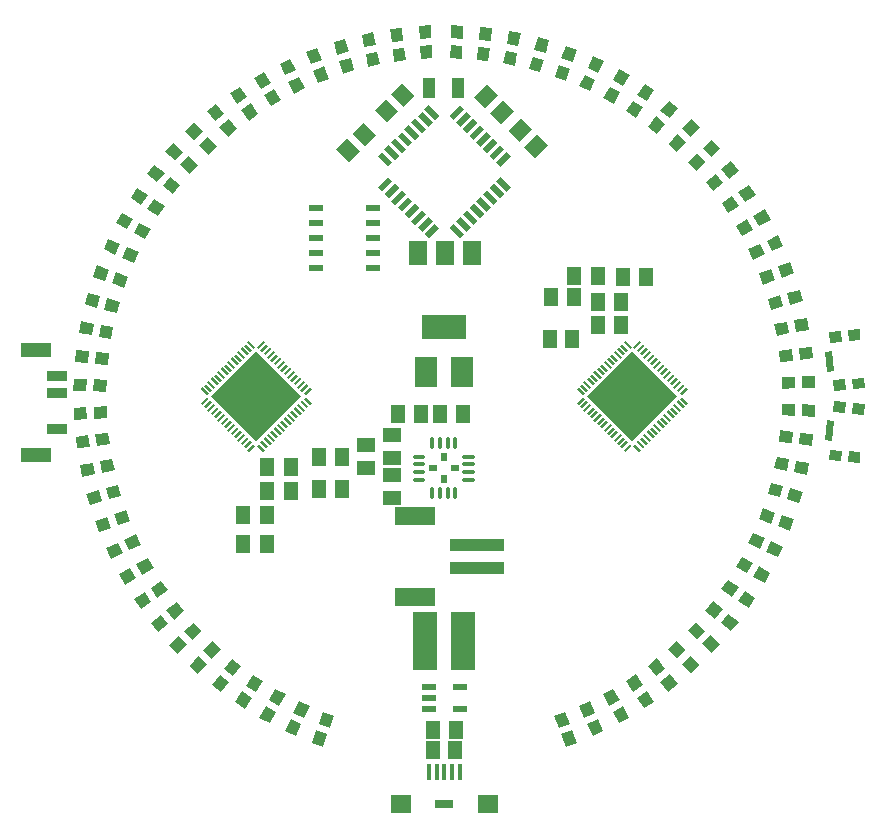
<source format=gbp>
G04 EAGLE Gerber RS-274X export*
G75*
%MOMM*%
%FSLAX34Y34*%
%LPD*%
%INBottom Paste*%
%IPPOS*%
%AMOC8*
5,1,8,0,0,1.08239X$1,22.5*%
G01*
%ADD10R,5.400000X5.400000*%
%ADD11R,0.740000X0.220000*%
%ADD12R,1.100000X1.000000*%
%ADD13C,0.350000*%
%ADD14R,0.600000X0.700000*%
%ADD15R,0.700000X0.600000*%
%ADD16R,2.000000X5.000000*%
%ADD17R,4.600000X1.000000*%
%ADD18R,3.400000X1.600000*%
%ADD19R,1.300000X1.500000*%
%ADD20R,1.500000X1.300000*%
%ADD21R,1.950000X2.500000*%
%ADD22R,1.200000X0.550000*%
%ADD23R,0.400000X1.450000*%
%ADD24R,1.800000X1.500000*%
%ADD25R,1.500000X0.700000*%
%ADD26R,1.498600X2.006600*%
%ADD27R,3.810000X2.006600*%
%ADD28R,1.270000X0.508000*%
%ADD29R,0.508000X1.270000*%
%ADD30R,1.000000X1.800000*%
%ADD31R,1.300000X1.600000*%
%ADD32R,1.700000X0.900000*%
%ADD33R,2.540000X1.270000*%
%ADD34R,1.000000X0.900000*%
%ADD35R,1.700000X0.550000*%


D10*
G36*
X-159280Y38183D02*
X-121097Y0D01*
X-159280Y-38183D01*
X-197463Y0D01*
X-159280Y38183D01*
G37*
D11*
G36*
X-132021Y25703D02*
X-137253Y20471D01*
X-138809Y22027D01*
X-133577Y27259D01*
X-132021Y25703D01*
G37*
G36*
X-129193Y22874D02*
X-134425Y17642D01*
X-135981Y19198D01*
X-130749Y24430D01*
X-129193Y22874D01*
G37*
G36*
X-126364Y20046D02*
X-131596Y14814D01*
X-133152Y16370D01*
X-127920Y21602D01*
X-126364Y20046D01*
G37*
G36*
X-123536Y17218D02*
X-128768Y11986D01*
X-130324Y13542D01*
X-125092Y18774D01*
X-123536Y17218D01*
G37*
G36*
X-120707Y14389D02*
X-125939Y9157D01*
X-127495Y10713D01*
X-122263Y15945D01*
X-120707Y14389D01*
G37*
G36*
X-117879Y11561D02*
X-123111Y6329D01*
X-124667Y7885D01*
X-119435Y13117D01*
X-117879Y11561D01*
G37*
G36*
X-115051Y8732D02*
X-120283Y3500D01*
X-121839Y5056D01*
X-116607Y10288D01*
X-115051Y8732D01*
G37*
G36*
X-112222Y5904D02*
X-117454Y672D01*
X-119010Y2228D01*
X-113778Y7460D01*
X-112222Y5904D01*
G37*
G36*
X-134850Y28531D02*
X-140082Y23299D01*
X-141638Y24855D01*
X-136406Y30087D01*
X-134850Y28531D01*
G37*
G36*
X-137678Y31360D02*
X-142910Y26128D01*
X-144466Y27684D01*
X-139234Y32916D01*
X-137678Y31360D01*
G37*
G36*
X-140506Y34188D02*
X-145738Y28956D01*
X-147294Y30512D01*
X-142062Y35744D01*
X-140506Y34188D01*
G37*
G36*
X-143335Y37017D02*
X-148567Y31785D01*
X-150123Y33341D01*
X-144891Y38573D01*
X-143335Y37017D01*
G37*
G36*
X-146163Y39845D02*
X-151395Y34613D01*
X-152951Y36169D01*
X-147719Y41401D01*
X-146163Y39845D01*
G37*
G36*
X-148992Y42673D02*
X-154224Y37441D01*
X-155780Y38997D01*
X-150548Y44229D01*
X-148992Y42673D01*
G37*
G36*
X-151820Y45502D02*
X-157052Y40270D01*
X-158608Y41826D01*
X-153376Y47058D01*
X-151820Y45502D01*
G37*
G36*
X-179751Y-22027D02*
X-184983Y-27259D01*
X-186539Y-25703D01*
X-181307Y-20471D01*
X-179751Y-22027D01*
G37*
G36*
X-182579Y-19198D02*
X-187811Y-24430D01*
X-189367Y-22874D01*
X-184135Y-17642D01*
X-182579Y-19198D01*
G37*
G36*
X-185408Y-16370D02*
X-190640Y-21602D01*
X-192196Y-20046D01*
X-186964Y-14814D01*
X-185408Y-16370D01*
G37*
G36*
X-188236Y-13542D02*
X-193468Y-18774D01*
X-195024Y-17218D01*
X-189792Y-11986D01*
X-188236Y-13542D01*
G37*
G36*
X-191065Y-10713D02*
X-196297Y-15945D01*
X-197853Y-14389D01*
X-192621Y-9157D01*
X-191065Y-10713D01*
G37*
G36*
X-193893Y-7885D02*
X-199125Y-13117D01*
X-200681Y-11561D01*
X-195449Y-6329D01*
X-193893Y-7885D01*
G37*
G36*
X-196721Y-5056D02*
X-201953Y-10288D01*
X-203509Y-8732D01*
X-198277Y-3500D01*
X-196721Y-5056D01*
G37*
G36*
X-199550Y-2228D02*
X-204782Y-7460D01*
X-206338Y-5904D01*
X-201106Y-672D01*
X-199550Y-2228D01*
G37*
G36*
X-176922Y-24855D02*
X-182154Y-30087D01*
X-183710Y-28531D01*
X-178478Y-23299D01*
X-176922Y-24855D01*
G37*
G36*
X-174094Y-27684D02*
X-179326Y-32916D01*
X-180882Y-31360D01*
X-175650Y-26128D01*
X-174094Y-27684D01*
G37*
G36*
X-171266Y-30512D02*
X-176498Y-35744D01*
X-178054Y-34188D01*
X-172822Y-28956D01*
X-171266Y-30512D01*
G37*
G36*
X-168437Y-33341D02*
X-173669Y-38573D01*
X-175225Y-37017D01*
X-169993Y-31785D01*
X-168437Y-33341D01*
G37*
G36*
X-165609Y-36169D02*
X-170841Y-41401D01*
X-172397Y-39845D01*
X-167165Y-34613D01*
X-165609Y-36169D01*
G37*
G36*
X-162780Y-38997D02*
X-168012Y-44229D01*
X-169568Y-42673D01*
X-164336Y-37441D01*
X-162780Y-38997D01*
G37*
G36*
X-159952Y-41826D02*
X-165184Y-47058D01*
X-166740Y-45502D01*
X-161508Y-40270D01*
X-159952Y-41826D01*
G37*
G36*
X-137253Y-20471D02*
X-132021Y-25703D01*
X-133577Y-27259D01*
X-138809Y-22027D01*
X-137253Y-20471D01*
G37*
G36*
X-140082Y-23299D02*
X-134850Y-28531D01*
X-136406Y-30087D01*
X-141638Y-24855D01*
X-140082Y-23299D01*
G37*
G36*
X-142910Y-26128D02*
X-137678Y-31360D01*
X-139234Y-32916D01*
X-144466Y-27684D01*
X-142910Y-26128D01*
G37*
G36*
X-145738Y-28956D02*
X-140506Y-34188D01*
X-142062Y-35744D01*
X-147294Y-30512D01*
X-145738Y-28956D01*
G37*
G36*
X-148567Y-31785D02*
X-143335Y-37017D01*
X-144891Y-38573D01*
X-150123Y-33341D01*
X-148567Y-31785D01*
G37*
G36*
X-151395Y-34613D02*
X-146163Y-39845D01*
X-147719Y-41401D01*
X-152951Y-36169D01*
X-151395Y-34613D01*
G37*
G36*
X-154224Y-37441D02*
X-148992Y-42673D01*
X-150548Y-44229D01*
X-155780Y-38997D01*
X-154224Y-37441D01*
G37*
G36*
X-157052Y-40270D02*
X-151820Y-45502D01*
X-153376Y-47058D01*
X-158608Y-41826D01*
X-157052Y-40270D01*
G37*
G36*
X-134425Y-17642D02*
X-129193Y-22874D01*
X-130749Y-24430D01*
X-135981Y-19198D01*
X-134425Y-17642D01*
G37*
G36*
X-131596Y-14814D02*
X-126364Y-20046D01*
X-127920Y-21602D01*
X-133152Y-16370D01*
X-131596Y-14814D01*
G37*
G36*
X-128768Y-11986D02*
X-123536Y-17218D01*
X-125092Y-18774D01*
X-130324Y-13542D01*
X-128768Y-11986D01*
G37*
G36*
X-125939Y-9157D02*
X-120707Y-14389D01*
X-122263Y-15945D01*
X-127495Y-10713D01*
X-125939Y-9157D01*
G37*
G36*
X-123111Y-6329D02*
X-117879Y-11561D01*
X-119435Y-13117D01*
X-124667Y-7885D01*
X-123111Y-6329D01*
G37*
G36*
X-120283Y-3500D02*
X-115051Y-8732D01*
X-116607Y-10288D01*
X-121839Y-5056D01*
X-120283Y-3500D01*
G37*
G36*
X-117454Y-672D02*
X-112222Y-5904D01*
X-113778Y-7460D01*
X-119010Y-2228D01*
X-117454Y-672D01*
G37*
G36*
X-184983Y27259D02*
X-179751Y22027D01*
X-181307Y20471D01*
X-186539Y25703D01*
X-184983Y27259D01*
G37*
G36*
X-182154Y30087D02*
X-176922Y24855D01*
X-178478Y23299D01*
X-183710Y28531D01*
X-182154Y30087D01*
G37*
G36*
X-179326Y32916D02*
X-174094Y27684D01*
X-175650Y26128D01*
X-180882Y31360D01*
X-179326Y32916D01*
G37*
G36*
X-176498Y35744D02*
X-171266Y30512D01*
X-172822Y28956D01*
X-178054Y34188D01*
X-176498Y35744D01*
G37*
G36*
X-173669Y38573D02*
X-168437Y33341D01*
X-169993Y31785D01*
X-175225Y37017D01*
X-173669Y38573D01*
G37*
G36*
X-170841Y41401D02*
X-165609Y36169D01*
X-167165Y34613D01*
X-172397Y39845D01*
X-170841Y41401D01*
G37*
G36*
X-168012Y44229D02*
X-162780Y38997D01*
X-164336Y37441D01*
X-169568Y42673D01*
X-168012Y44229D01*
G37*
G36*
X-165184Y47058D02*
X-159952Y41826D01*
X-161508Y40270D01*
X-166740Y45502D01*
X-165184Y47058D01*
G37*
G36*
X-187811Y24430D02*
X-182579Y19198D01*
X-184135Y17642D01*
X-189367Y22874D01*
X-187811Y24430D01*
G37*
G36*
X-190640Y21602D02*
X-185408Y16370D01*
X-186964Y14814D01*
X-192196Y20046D01*
X-190640Y21602D01*
G37*
G36*
X-193468Y18774D02*
X-188236Y13542D01*
X-189792Y11986D01*
X-195024Y17218D01*
X-193468Y18774D01*
G37*
G36*
X-196297Y15945D02*
X-191065Y10713D01*
X-192621Y9157D01*
X-197853Y14389D01*
X-196297Y15945D01*
G37*
G36*
X-199125Y13117D02*
X-193893Y7885D01*
X-195449Y6329D01*
X-200681Y11561D01*
X-199125Y13117D01*
G37*
G36*
X-201953Y10288D02*
X-196721Y5056D01*
X-198277Y3500D01*
X-203509Y8732D01*
X-201953Y10288D01*
G37*
G36*
X-204782Y7460D02*
X-199550Y2228D01*
X-201106Y672D01*
X-206338Y5904D01*
X-204782Y7460D01*
G37*
D10*
G36*
X159280Y-38183D02*
X121097Y0D01*
X159280Y38183D01*
X197463Y0D01*
X159280Y-38183D01*
G37*
D11*
G36*
X132021Y-25703D02*
X137253Y-20471D01*
X138809Y-22027D01*
X133577Y-27259D01*
X132021Y-25703D01*
G37*
G36*
X129193Y-22874D02*
X134425Y-17642D01*
X135981Y-19198D01*
X130749Y-24430D01*
X129193Y-22874D01*
G37*
G36*
X126364Y-20046D02*
X131596Y-14814D01*
X133152Y-16370D01*
X127920Y-21602D01*
X126364Y-20046D01*
G37*
G36*
X123536Y-17218D02*
X128768Y-11986D01*
X130324Y-13542D01*
X125092Y-18774D01*
X123536Y-17218D01*
G37*
G36*
X120707Y-14389D02*
X125939Y-9157D01*
X127495Y-10713D01*
X122263Y-15945D01*
X120707Y-14389D01*
G37*
G36*
X117879Y-11561D02*
X123111Y-6329D01*
X124667Y-7885D01*
X119435Y-13117D01*
X117879Y-11561D01*
G37*
G36*
X115051Y-8732D02*
X120283Y-3500D01*
X121839Y-5056D01*
X116607Y-10288D01*
X115051Y-8732D01*
G37*
G36*
X112222Y-5904D02*
X117454Y-672D01*
X119010Y-2228D01*
X113778Y-7460D01*
X112222Y-5904D01*
G37*
G36*
X134850Y-28531D02*
X140082Y-23299D01*
X141638Y-24855D01*
X136406Y-30087D01*
X134850Y-28531D01*
G37*
G36*
X137678Y-31360D02*
X142910Y-26128D01*
X144466Y-27684D01*
X139234Y-32916D01*
X137678Y-31360D01*
G37*
G36*
X140506Y-34188D02*
X145738Y-28956D01*
X147294Y-30512D01*
X142062Y-35744D01*
X140506Y-34188D01*
G37*
G36*
X143335Y-37017D02*
X148567Y-31785D01*
X150123Y-33341D01*
X144891Y-38573D01*
X143335Y-37017D01*
G37*
G36*
X146163Y-39845D02*
X151395Y-34613D01*
X152951Y-36169D01*
X147719Y-41401D01*
X146163Y-39845D01*
G37*
G36*
X148992Y-42673D02*
X154224Y-37441D01*
X155780Y-38997D01*
X150548Y-44229D01*
X148992Y-42673D01*
G37*
G36*
X151820Y-45502D02*
X157052Y-40270D01*
X158608Y-41826D01*
X153376Y-47058D01*
X151820Y-45502D01*
G37*
G36*
X179751Y22027D02*
X184983Y27259D01*
X186539Y25703D01*
X181307Y20471D01*
X179751Y22027D01*
G37*
G36*
X182579Y19198D02*
X187811Y24430D01*
X189367Y22874D01*
X184135Y17642D01*
X182579Y19198D01*
G37*
G36*
X185408Y16370D02*
X190640Y21602D01*
X192196Y20046D01*
X186964Y14814D01*
X185408Y16370D01*
G37*
G36*
X188236Y13542D02*
X193468Y18774D01*
X195024Y17218D01*
X189792Y11986D01*
X188236Y13542D01*
G37*
G36*
X191065Y10713D02*
X196297Y15945D01*
X197853Y14389D01*
X192621Y9157D01*
X191065Y10713D01*
G37*
G36*
X193893Y7885D02*
X199125Y13117D01*
X200681Y11561D01*
X195449Y6329D01*
X193893Y7885D01*
G37*
G36*
X196721Y5056D02*
X201953Y10288D01*
X203509Y8732D01*
X198277Y3500D01*
X196721Y5056D01*
G37*
G36*
X199550Y2228D02*
X204782Y7460D01*
X206338Y5904D01*
X201106Y672D01*
X199550Y2228D01*
G37*
G36*
X176922Y24855D02*
X182154Y30087D01*
X183710Y28531D01*
X178478Y23299D01*
X176922Y24855D01*
G37*
G36*
X174094Y27684D02*
X179326Y32916D01*
X180882Y31360D01*
X175650Y26128D01*
X174094Y27684D01*
G37*
G36*
X171266Y30512D02*
X176498Y35744D01*
X178054Y34188D01*
X172822Y28956D01*
X171266Y30512D01*
G37*
G36*
X168437Y33341D02*
X173669Y38573D01*
X175225Y37017D01*
X169993Y31785D01*
X168437Y33341D01*
G37*
G36*
X165609Y36169D02*
X170841Y41401D01*
X172397Y39845D01*
X167165Y34613D01*
X165609Y36169D01*
G37*
G36*
X162780Y38997D02*
X168012Y44229D01*
X169568Y42673D01*
X164336Y37441D01*
X162780Y38997D01*
G37*
G36*
X159952Y41826D02*
X165184Y47058D01*
X166740Y45502D01*
X161508Y40270D01*
X159952Y41826D01*
G37*
G36*
X137253Y20471D02*
X132021Y25703D01*
X133577Y27259D01*
X138809Y22027D01*
X137253Y20471D01*
G37*
G36*
X140082Y23299D02*
X134850Y28531D01*
X136406Y30087D01*
X141638Y24855D01*
X140082Y23299D01*
G37*
G36*
X142910Y26128D02*
X137678Y31360D01*
X139234Y32916D01*
X144466Y27684D01*
X142910Y26128D01*
G37*
G36*
X145738Y28956D02*
X140506Y34188D01*
X142062Y35744D01*
X147294Y30512D01*
X145738Y28956D01*
G37*
G36*
X148567Y31785D02*
X143335Y37017D01*
X144891Y38573D01*
X150123Y33341D01*
X148567Y31785D01*
G37*
G36*
X151395Y34613D02*
X146163Y39845D01*
X147719Y41401D01*
X152951Y36169D01*
X151395Y34613D01*
G37*
G36*
X154224Y37441D02*
X148992Y42673D01*
X150548Y44229D01*
X155780Y38997D01*
X154224Y37441D01*
G37*
G36*
X157052Y40270D02*
X151820Y45502D01*
X153376Y47058D01*
X158608Y41826D01*
X157052Y40270D01*
G37*
G36*
X134425Y17642D02*
X129193Y22874D01*
X130749Y24430D01*
X135981Y19198D01*
X134425Y17642D01*
G37*
G36*
X131596Y14814D02*
X126364Y20046D01*
X127920Y21602D01*
X133152Y16370D01*
X131596Y14814D01*
G37*
G36*
X128768Y11986D02*
X123536Y17218D01*
X125092Y18774D01*
X130324Y13542D01*
X128768Y11986D01*
G37*
G36*
X125939Y9157D02*
X120707Y14389D01*
X122263Y15945D01*
X127495Y10713D01*
X125939Y9157D01*
G37*
G36*
X123111Y6329D02*
X117879Y11561D01*
X119435Y13117D01*
X124667Y7885D01*
X123111Y6329D01*
G37*
G36*
X120283Y3500D02*
X115051Y8732D01*
X116607Y10288D01*
X121839Y5056D01*
X120283Y3500D01*
G37*
G36*
X117454Y672D02*
X112222Y5904D01*
X113778Y7460D01*
X119010Y2228D01*
X117454Y672D01*
G37*
G36*
X184983Y-27259D02*
X179751Y-22027D01*
X181307Y-20471D01*
X186539Y-25703D01*
X184983Y-27259D01*
G37*
G36*
X182154Y-30087D02*
X176922Y-24855D01*
X178478Y-23299D01*
X183710Y-28531D01*
X182154Y-30087D01*
G37*
G36*
X179326Y-32916D02*
X174094Y-27684D01*
X175650Y-26128D01*
X180882Y-31360D01*
X179326Y-32916D01*
G37*
G36*
X176498Y-35744D02*
X171266Y-30512D01*
X172822Y-28956D01*
X178054Y-34188D01*
X176498Y-35744D01*
G37*
G36*
X173669Y-38573D02*
X168437Y-33341D01*
X169993Y-31785D01*
X175225Y-37017D01*
X173669Y-38573D01*
G37*
G36*
X170841Y-41401D02*
X165609Y-36169D01*
X167165Y-34613D01*
X172397Y-39845D01*
X170841Y-41401D01*
G37*
G36*
X168012Y-44229D02*
X162780Y-38997D01*
X164336Y-37441D01*
X169568Y-42673D01*
X168012Y-44229D01*
G37*
G36*
X165184Y-47058D02*
X159952Y-41826D01*
X161508Y-40270D01*
X166740Y-45502D01*
X165184Y-47058D01*
G37*
G36*
X187811Y-24430D02*
X182579Y-19198D01*
X184135Y-17642D01*
X189367Y-22874D01*
X187811Y-24430D01*
G37*
G36*
X190640Y-21602D02*
X185408Y-16370D01*
X186964Y-14814D01*
X192196Y-20046D01*
X190640Y-21602D01*
G37*
G36*
X193468Y-18774D02*
X188236Y-13542D01*
X189792Y-11986D01*
X195024Y-17218D01*
X193468Y-18774D01*
G37*
G36*
X196297Y-15945D02*
X191065Y-10713D01*
X192621Y-9157D01*
X197853Y-14389D01*
X196297Y-15945D01*
G37*
G36*
X199125Y-13117D02*
X193893Y-7885D01*
X195449Y-6329D01*
X200681Y-11561D01*
X199125Y-13117D01*
G37*
G36*
X201953Y-10288D02*
X196721Y-5056D01*
X198277Y-3500D01*
X203509Y-8732D01*
X201953Y-10288D01*
G37*
G36*
X204782Y-7460D02*
X199550Y-2228D01*
X201106Y-672D01*
X206338Y-5904D01*
X204782Y-7460D01*
G37*
D12*
G36*
X-10551Y296855D02*
X-9976Y285871D01*
X-19961Y285347D01*
X-20536Y296331D01*
X-10551Y296855D01*
G37*
G36*
X-11441Y313831D02*
X-10866Y302847D01*
X-20851Y302323D01*
X-21426Y313307D01*
X-11441Y313831D01*
G37*
G36*
X-33735Y295121D02*
X-32299Y284216D01*
X-42213Y282911D01*
X-43649Y293816D01*
X-33735Y295121D01*
G37*
G36*
X-35954Y311976D02*
X-34518Y301071D01*
X-44432Y299766D01*
X-45868Y310671D01*
X-35954Y311976D01*
G37*
G36*
X-56713Y291580D02*
X-54426Y280821D01*
X-64207Y278742D01*
X-66494Y289501D01*
X-56713Y291580D01*
G37*
G36*
X-60247Y308209D02*
X-57960Y297450D01*
X-67741Y295371D01*
X-70028Y306130D01*
X-60247Y308209D01*
G37*
G36*
X-79347Y286242D02*
X-76241Y275691D01*
X-85833Y272868D01*
X-88939Y283419D01*
X-79347Y286242D01*
G37*
G36*
X-84146Y302551D02*
X-81040Y292000D01*
X-90632Y289177D01*
X-93738Y299728D01*
X-84146Y302551D01*
G37*
G36*
X-101491Y279161D02*
X-97566Y268886D01*
X-106907Y265319D01*
X-110832Y275594D01*
X-101491Y279161D01*
G37*
G36*
X-107555Y295043D02*
X-103630Y284768D01*
X-112971Y281201D01*
X-116896Y291476D01*
X-107555Y295043D01*
G37*
G36*
X-123013Y270371D02*
X-118295Y260435D01*
X-127327Y256145D01*
X-132045Y266081D01*
X-123013Y270371D01*
G37*
G36*
X-130305Y285728D02*
X-125587Y275792D01*
X-134619Y271502D01*
X-139337Y281438D01*
X-130305Y285728D01*
G37*
G36*
X-143782Y259923D02*
X-138298Y250388D01*
X-146966Y245403D01*
X-152450Y254938D01*
X-143782Y259923D01*
G37*
G36*
X-152256Y274660D02*
X-146772Y265125D01*
X-155440Y260140D01*
X-160924Y269675D01*
X-152256Y274660D01*
G37*
G36*
X-163670Y247883D02*
X-157456Y238808D01*
X-165706Y233159D01*
X-171920Y242234D01*
X-163670Y247883D01*
G37*
G36*
X-173274Y261910D02*
X-167060Y252835D01*
X-175310Y247186D01*
X-181524Y256261D01*
X-173274Y261910D01*
G37*
G36*
X-182555Y234315D02*
X-175662Y225743D01*
X-183455Y219477D01*
X-190348Y228049D01*
X-182555Y234315D01*
G37*
G36*
X-193207Y247563D02*
X-186314Y238991D01*
X-194107Y232725D01*
X-201000Y241297D01*
X-193207Y247563D01*
G37*
G36*
X-200321Y219320D02*
X-192778Y211316D01*
X-200055Y204458D01*
X-207598Y212462D01*
X-200321Y219320D01*
G37*
G36*
X-211980Y231692D02*
X-204437Y223688D01*
X-211714Y216830D01*
X-219257Y224834D01*
X-211980Y231692D01*
G37*
G36*
X-216863Y202993D02*
X-208702Y195618D01*
X-215407Y188199D01*
X-223568Y195574D01*
X-216863Y202993D01*
G37*
G36*
X-229477Y214390D02*
X-221316Y207015D01*
X-228021Y199596D01*
X-236182Y206971D01*
X-229477Y214390D01*
G37*
G36*
X-232076Y185411D02*
X-223362Y178699D01*
X-229464Y170777D01*
X-238178Y177489D01*
X-232076Y185411D01*
G37*
G36*
X-245545Y195784D02*
X-236831Y189072D01*
X-242933Y181150D01*
X-251647Y187862D01*
X-245545Y195784D01*
G37*
G36*
X-245867Y166694D02*
X-236654Y160687D01*
X-242115Y152310D01*
X-251328Y158317D01*
X-245867Y166694D01*
G37*
G36*
X-260108Y175978D02*
X-250895Y169971D01*
X-256356Y161594D01*
X-265569Y167601D01*
X-260108Y175978D01*
G37*
G36*
X-258147Y146946D02*
X-248499Y141664D01*
X-253301Y132894D01*
X-262949Y138176D01*
X-258147Y146946D01*
G37*
G36*
X-273059Y155109D02*
X-263411Y149827D01*
X-268213Y141057D01*
X-277861Y146339D01*
X-273059Y155109D01*
G37*
G36*
X-268850Y126308D02*
X-258817Y121799D01*
X-262916Y112678D01*
X-272949Y117187D01*
X-268850Y126308D01*
G37*
G36*
X-284356Y133276D02*
X-274323Y128767D01*
X-278422Y119646D01*
X-288455Y124155D01*
X-284356Y133276D01*
G37*
G36*
X-277905Y104895D02*
X-267550Y101187D01*
X-270921Y91773D01*
X-281276Y95481D01*
X-277905Y104895D01*
G37*
G36*
X-293910Y110625D02*
X-283555Y106917D01*
X-286926Y97503D01*
X-297281Y101211D01*
X-293910Y110625D01*
G37*
G36*
X-285259Y82839D02*
X-274645Y79955D01*
X-277267Y70305D01*
X-287881Y73189D01*
X-285259Y82839D01*
G37*
G36*
X-301664Y87297D02*
X-291050Y84413D01*
X-293672Y74763D01*
X-304286Y77647D01*
X-301664Y87297D01*
G37*
G36*
X-290866Y60276D02*
X-280058Y58233D01*
X-281914Y48408D01*
X-292722Y50451D01*
X-290866Y60276D01*
G37*
G36*
X-307570Y63433D02*
X-296762Y61390D01*
X-298618Y51565D01*
X-309426Y53608D01*
X-307570Y63433D01*
G37*
G36*
X-294690Y37343D02*
X-283756Y36155D01*
X-284836Y26215D01*
X-295770Y27403D01*
X-294690Y37343D01*
G37*
G36*
X-311590Y39179D02*
X-300656Y37991D01*
X-301736Y28051D01*
X-312670Y29239D01*
X-311590Y39179D01*
G37*
G36*
X-296701Y14177D02*
X-285707Y13831D01*
X-286021Y3837D01*
X-297015Y4183D01*
X-296701Y14177D01*
G37*
G36*
X-313692Y14711D02*
X-302698Y14365D01*
X-303012Y4371D01*
X-314006Y4717D01*
X-313692Y14711D01*
G37*
G36*
X-296902Y-9071D02*
X-285915Y-8553D01*
X-285444Y-18541D01*
X-296431Y-19059D01*
X-296902Y-9071D01*
G37*
G36*
X-313883Y-9872D02*
X-302896Y-9354D01*
X-302425Y-19342D01*
X-313412Y-19860D01*
X-313883Y-9872D01*
G37*
G36*
X-295284Y-32264D02*
X-284372Y-30886D01*
X-283118Y-40806D01*
X-294030Y-42184D01*
X-295284Y-32264D01*
G37*
G36*
X-312150Y-34394D02*
X-301238Y-33016D01*
X-299984Y-42936D01*
X-310896Y-44314D01*
X-312150Y-34394D01*
G37*
G36*
X-291858Y-55259D02*
X-281088Y-53028D01*
X-279060Y-62819D01*
X-289830Y-65050D01*
X-291858Y-55259D01*
G37*
G36*
X-308504Y-58707D02*
X-297734Y-56476D01*
X-295706Y-66267D01*
X-306476Y-68498D01*
X-308504Y-58707D01*
G37*
G36*
X-286643Y-77915D02*
X-276081Y-74847D01*
X-273291Y-84449D01*
X-283853Y-87517D01*
X-286643Y-77915D01*
G37*
G36*
X-302968Y-82658D02*
X-292406Y-79590D01*
X-289616Y-89192D01*
X-300178Y-92260D01*
X-302968Y-82658D01*
G37*
G36*
X-279673Y-100095D02*
X-269384Y-96207D01*
X-265849Y-105561D01*
X-276138Y-109449D01*
X-279673Y-100095D01*
G37*
G36*
X-295576Y-106104D02*
X-285287Y-102216D01*
X-281752Y-111570D01*
X-292041Y-115458D01*
X-295576Y-106104D01*
G37*
G36*
X-270979Y-121663D02*
X-261019Y-116997D01*
X-256777Y-126051D01*
X-266737Y-130717D01*
X-270979Y-121663D01*
G37*
G36*
X-286374Y-128875D02*
X-276414Y-124209D01*
X-272172Y-133263D01*
X-282132Y-137929D01*
X-286374Y-128875D01*
G37*
G36*
X-260635Y-142484D02*
X-251072Y-137050D01*
X-246133Y-145744D01*
X-255696Y-151178D01*
X-260635Y-142484D01*
G37*
G36*
X-275416Y-150881D02*
X-265853Y-145447D01*
X-260914Y-154141D01*
X-270477Y-159575D01*
X-275416Y-150881D01*
G37*
G36*
X-248695Y-162432D02*
X-239587Y-156265D01*
X-233981Y-164544D01*
X-243089Y-170711D01*
X-248695Y-162432D01*
G37*
G36*
X-262772Y-171963D02*
X-253664Y-165796D01*
X-248058Y-174075D01*
X-257166Y-180242D01*
X-262772Y-171963D01*
G37*
G36*
X-235230Y-181385D02*
X-226635Y-174523D01*
X-220396Y-182337D01*
X-228991Y-189199D01*
X-235230Y-181385D01*
G37*
G36*
X-248516Y-191991D02*
X-239921Y-185129D01*
X-233682Y-192943D01*
X-242277Y-199805D01*
X-248516Y-191991D01*
G37*
G36*
X-220325Y-199227D02*
X-212294Y-191712D01*
X-205461Y-199013D01*
X-213492Y-206528D01*
X-220325Y-199227D01*
G37*
G36*
X-232738Y-210842D02*
X-224707Y-203327D01*
X-217874Y-210628D01*
X-225905Y-218143D01*
X-232738Y-210842D01*
G37*
G36*
X-204061Y-215846D02*
X-196630Y-207737D01*
X-189257Y-214492D01*
X-196688Y-222601D01*
X-204061Y-215846D01*
G37*
G36*
X-215546Y-228380D02*
X-208115Y-220271D01*
X-200742Y-227026D01*
X-208173Y-235135D01*
X-215546Y-228380D01*
G37*
G36*
X-186555Y-231144D02*
X-179782Y-222477D01*
X-171903Y-228634D01*
X-178676Y-237301D01*
X-186555Y-231144D01*
G37*
G36*
X-197022Y-244540D02*
X-190249Y-235873D01*
X-182370Y-242030D01*
X-189143Y-250697D01*
X-197022Y-244540D01*
G37*
G36*
X-167908Y-245028D02*
X-161836Y-235856D01*
X-153498Y-241376D01*
X-159570Y-250548D01*
X-167908Y-245028D01*
G37*
G36*
X-177290Y-259204D02*
X-171218Y-250032D01*
X-162880Y-255552D01*
X-168952Y-264724D01*
X-177290Y-259204D01*
G37*
G36*
X-148230Y-257410D02*
X-142897Y-247790D01*
X-134152Y-252638D01*
X-139485Y-262258D01*
X-148230Y-257410D01*
G37*
G36*
X-156472Y-272279D02*
X-151139Y-262659D01*
X-142394Y-267507D01*
X-147727Y-277127D01*
X-156472Y-272279D01*
G37*
G36*
X-127645Y-268216D02*
X-123083Y-258207D01*
X-113985Y-262354D01*
X-118547Y-272363D01*
X-127645Y-268216D01*
G37*
G36*
X-134695Y-283685D02*
X-130133Y-273676D01*
X-121035Y-277823D01*
X-125597Y-287832D01*
X-134695Y-283685D01*
G37*
G36*
X-106278Y-277378D02*
X-102516Y-267042D01*
X-93120Y-270462D01*
X-96882Y-280798D01*
X-106278Y-277378D01*
G37*
G36*
X-112092Y-293353D02*
X-108330Y-283017D01*
X-98934Y-286437D01*
X-102696Y-296773D01*
X-112092Y-293353D01*
G37*
G36*
X96882Y-280798D02*
X93120Y-270462D01*
X102516Y-267042D01*
X106278Y-277378D01*
X96882Y-280798D01*
G37*
G36*
X102696Y-296773D02*
X98934Y-286437D01*
X108330Y-283017D01*
X112092Y-293353D01*
X102696Y-296773D01*
G37*
G36*
X118683Y-272301D02*
X114121Y-262292D01*
X123219Y-258145D01*
X127781Y-268154D01*
X118683Y-272301D01*
G37*
G36*
X125733Y-287770D02*
X121171Y-277761D01*
X130269Y-273614D01*
X134831Y-283623D01*
X125733Y-287770D01*
G37*
G36*
X139747Y-262113D02*
X134414Y-252493D01*
X143159Y-247645D01*
X148492Y-257265D01*
X139747Y-262113D01*
G37*
G36*
X147989Y-276982D02*
X142656Y-267362D01*
X151401Y-262514D01*
X156734Y-272134D01*
X147989Y-276982D01*
G37*
G36*
X159944Y-250310D02*
X153856Y-241148D01*
X162184Y-235614D01*
X168272Y-244776D01*
X159944Y-250310D01*
G37*
G36*
X169352Y-264470D02*
X163264Y-255308D01*
X171592Y-249774D01*
X177680Y-258936D01*
X169352Y-264470D01*
G37*
G36*
X179149Y-236943D02*
X172361Y-228288D01*
X180229Y-222117D01*
X187017Y-230772D01*
X179149Y-236943D01*
G37*
G36*
X189639Y-250321D02*
X182851Y-241666D01*
X190719Y-235495D01*
X197507Y-244150D01*
X189639Y-250321D01*
G37*
G36*
X197239Y-222095D02*
X189808Y-213986D01*
X197181Y-207231D01*
X204612Y-215340D01*
X197239Y-222095D01*
G37*
G36*
X208724Y-234629D02*
X201293Y-226520D01*
X208666Y-219765D01*
X216097Y-227874D01*
X208724Y-234629D01*
G37*
G36*
X214110Y-205891D02*
X206053Y-198404D01*
X212860Y-191079D01*
X220917Y-198566D01*
X214110Y-205891D01*
G37*
G36*
X226564Y-217463D02*
X218507Y-209976D01*
X225314Y-202651D01*
X233371Y-210138D01*
X226564Y-217463D01*
G37*
G36*
X229651Y-188399D02*
X221031Y-181567D01*
X227243Y-173731D01*
X235863Y-180563D01*
X229651Y-188399D01*
G37*
G36*
X242973Y-198958D02*
X234353Y-192126D01*
X240565Y-184290D01*
X249185Y-191122D01*
X242973Y-198958D01*
G37*
G36*
X243766Y-169738D02*
X234637Y-163603D01*
X240214Y-155304D01*
X249343Y-161439D01*
X243766Y-169738D01*
G37*
G36*
X257877Y-179219D02*
X248748Y-173084D01*
X254325Y-164785D01*
X263454Y-170920D01*
X257877Y-179219D01*
G37*
G36*
X256369Y-150024D02*
X246786Y-144624D01*
X251695Y-135912D01*
X261278Y-141312D01*
X256369Y-150024D01*
G37*
G36*
X271180Y-158369D02*
X261597Y-152969D01*
X266506Y-144257D01*
X276089Y-149657D01*
X271180Y-158369D01*
G37*
G36*
X267381Y-129378D02*
X257405Y-124747D01*
X261615Y-115678D01*
X271591Y-120309D01*
X267381Y-129378D01*
G37*
G36*
X282800Y-136536D02*
X272824Y-131905D01*
X277034Y-122836D01*
X287010Y-127467D01*
X282800Y-136536D01*
G37*
G36*
X276740Y-107939D02*
X266424Y-104123D01*
X269894Y-94745D01*
X280210Y-98561D01*
X276740Y-107939D01*
G37*
G36*
X292684Y-113837D02*
X282368Y-110021D01*
X285838Y-100643D01*
X296154Y-104459D01*
X292684Y-113837D01*
G37*
G36*
X284376Y-85822D02*
X273793Y-82827D01*
X276516Y-73206D01*
X287099Y-76201D01*
X284376Y-85822D01*
G37*
G36*
X300734Y-90450D02*
X290151Y-87455D01*
X292874Y-77834D01*
X303457Y-80829D01*
X300734Y-90450D01*
G37*
G36*
X290248Y-63172D02*
X279462Y-61017D01*
X281422Y-51212D01*
X292208Y-53367D01*
X290248Y-63172D01*
G37*
G36*
X306918Y-66503D02*
X296132Y-64348D01*
X298092Y-54543D01*
X308878Y-56698D01*
X306918Y-66503D01*
G37*
G36*
X294318Y-40131D02*
X283396Y-38828D01*
X284580Y-28899D01*
X295502Y-30202D01*
X294318Y-40131D01*
G37*
G36*
X311199Y-42144D02*
X300277Y-40841D01*
X301461Y-30912D01*
X312383Y-32215D01*
X311199Y-42144D01*
G37*
G36*
X296562Y-16840D02*
X285572Y-16399D01*
X285974Y-6408D01*
X296964Y-6849D01*
X296562Y-16840D01*
G37*
G36*
X313548Y-17522D02*
X302558Y-17081D01*
X302960Y-7090D01*
X313950Y-7531D01*
X313548Y-17522D01*
G37*
G36*
X296966Y6555D02*
X285975Y6133D01*
X285592Y16125D01*
X296583Y16547D01*
X296966Y6555D01*
G37*
G36*
X313954Y7207D02*
X302963Y6785D01*
X302580Y16777D01*
X313571Y17199D01*
X313954Y7207D01*
G37*
G36*
X295538Y29905D02*
X284616Y28602D01*
X283432Y38531D01*
X294354Y39834D01*
X295538Y29905D01*
G37*
G36*
X312418Y31917D02*
X301496Y30614D01*
X300312Y40543D01*
X311234Y41846D01*
X312418Y31917D01*
G37*
G36*
X292256Y53077D02*
X281466Y50940D01*
X279524Y60749D01*
X290314Y62886D01*
X292256Y53077D01*
G37*
G36*
X308932Y56379D02*
X298142Y54242D01*
X296200Y64051D01*
X306990Y66188D01*
X308932Y56379D01*
G37*
G36*
X287170Y75915D02*
X276582Y72939D01*
X273876Y82565D01*
X284464Y85541D01*
X287170Y75915D01*
G37*
G36*
X303536Y80515D02*
X292948Y77539D01*
X290242Y87165D01*
X300830Y90141D01*
X303536Y80515D01*
G37*
G36*
X280314Y98281D02*
X269998Y94465D01*
X266528Y103843D01*
X276844Y107659D01*
X280314Y98281D01*
G37*
G36*
X296258Y104178D02*
X285942Y100362D01*
X282472Y109740D01*
X292788Y113556D01*
X296258Y104178D01*
G37*
G36*
X271707Y120039D02*
X261722Y115425D01*
X257527Y124501D01*
X267512Y129115D01*
X271707Y120039D01*
G37*
G36*
X287139Y127170D02*
X277154Y122556D01*
X272959Y131632D01*
X282944Y136246D01*
X287139Y127170D01*
G37*
G36*
X261425Y141051D02*
X251842Y135651D01*
X246933Y144363D01*
X256516Y149763D01*
X261425Y141051D01*
G37*
G36*
X276236Y149397D02*
X266653Y143997D01*
X261744Y152709D01*
X271327Y158109D01*
X276236Y149397D01*
G37*
G36*
X249500Y161189D02*
X240361Y155070D01*
X234798Y163379D01*
X243937Y169498D01*
X249500Y161189D01*
G37*
G36*
X263626Y170646D02*
X254487Y164527D01*
X248924Y172836D01*
X258063Y178955D01*
X263626Y170646D01*
G37*
G36*
X236038Y180327D02*
X227406Y173510D01*
X221208Y181357D01*
X229840Y188174D01*
X236038Y180327D01*
G37*
G36*
X249379Y190863D02*
X240747Y184046D01*
X234549Y191893D01*
X243181Y198710D01*
X249379Y190863D01*
G37*
G36*
X221121Y198347D02*
X213064Y190860D01*
X206257Y198185D01*
X214314Y205672D01*
X221121Y198347D01*
G37*
G36*
X233574Y209919D02*
X225517Y202432D01*
X218710Y209757D01*
X226767Y217244D01*
X233574Y209919D01*
G37*
G36*
X204822Y215135D02*
X197377Y207039D01*
X190016Y213807D01*
X197461Y221903D01*
X204822Y215135D01*
G37*
G36*
X216329Y227649D02*
X208884Y219553D01*
X201523Y226321D01*
X208968Y234417D01*
X216329Y227649D01*
G37*
G36*
X187253Y230587D02*
X180465Y221932D01*
X172597Y228103D01*
X179385Y236758D01*
X187253Y230587D01*
G37*
G36*
X197742Y243965D02*
X190954Y235310D01*
X183086Y241481D01*
X189874Y250136D01*
X197742Y243965D01*
G37*
G36*
X168522Y244611D02*
X162434Y235449D01*
X154106Y240983D01*
X160194Y250145D01*
X168522Y244611D01*
G37*
G36*
X177929Y258770D02*
X171841Y249608D01*
X163513Y255142D01*
X169601Y264304D01*
X177929Y258770D01*
G37*
G36*
X148744Y257115D02*
X143395Y247504D01*
X134658Y252367D01*
X140007Y261978D01*
X148744Y257115D01*
G37*
G36*
X157012Y271969D02*
X151663Y262358D01*
X142926Y267221D01*
X148275Y276832D01*
X157012Y271969D01*
G37*
G36*
X128045Y268024D02*
X123466Y258023D01*
X114375Y262186D01*
X118954Y272187D01*
X128045Y268024D01*
G37*
G36*
X135122Y283481D02*
X130543Y273480D01*
X121452Y277643D01*
X126031Y287644D01*
X135122Y283481D01*
G37*
G36*
X106559Y277276D02*
X102797Y266940D01*
X93401Y270360D01*
X97163Y280696D01*
X106559Y277276D01*
G37*
G36*
X112373Y293251D02*
X108611Y282915D01*
X99215Y286335D01*
X102977Y296671D01*
X112373Y293251D01*
G37*
G36*
X84396Y284794D02*
X81438Y274201D01*
X71808Y276890D01*
X74766Y287483D01*
X84396Y284794D01*
G37*
G36*
X88968Y301168D02*
X86010Y290575D01*
X76380Y293264D01*
X79338Y303857D01*
X88968Y301168D01*
G37*
G36*
X61725Y290560D02*
X59626Y279764D01*
X49811Y281672D01*
X51910Y292468D01*
X61725Y290560D01*
G37*
G36*
X64968Y307247D02*
X62869Y296451D01*
X53054Y298359D01*
X55153Y309155D01*
X64968Y307247D01*
G37*
G36*
X38663Y294516D02*
X37418Y283588D01*
X27483Y284720D01*
X28728Y295648D01*
X38663Y294516D01*
G37*
G36*
X40588Y311406D02*
X39343Y300478D01*
X29408Y301610D01*
X30653Y312538D01*
X40588Y311406D01*
G37*
G36*
X15361Y296644D02*
X14978Y285651D01*
X4985Y286000D01*
X5368Y296993D01*
X15361Y296644D01*
G37*
G36*
X15955Y313634D02*
X15572Y302641D01*
X5579Y302990D01*
X5962Y313983D01*
X15955Y313634D01*
G37*
D13*
X17100Y-51150D02*
X24100Y-51150D01*
X24100Y-57650D02*
X17100Y-57650D01*
X17100Y-64150D02*
X24100Y-64150D01*
X24100Y-70650D02*
X17100Y-70650D01*
X9350Y-78400D02*
X9350Y-85400D01*
X2850Y-85400D02*
X2850Y-78400D01*
X-3650Y-78400D02*
X-3650Y-85400D01*
X-10150Y-85400D02*
X-10150Y-78400D01*
X-17900Y-70650D02*
X-24900Y-70650D01*
X-24900Y-64150D02*
X-17900Y-64150D01*
X-17900Y-57650D02*
X-24900Y-57650D01*
X-24900Y-51150D02*
X-17900Y-51150D01*
X-10150Y-43400D02*
X-10150Y-36400D01*
X-3650Y-36400D02*
X-3650Y-43400D01*
X2850Y-43400D02*
X2850Y-36400D01*
X9350Y-36400D02*
X9350Y-43400D01*
D14*
X-400Y-51400D03*
X-400Y-70400D03*
D15*
X9100Y-60900D03*
X-9900Y-60900D03*
D16*
X-16000Y-207600D03*
X16000Y-207600D03*
D17*
X27400Y-125800D03*
X27400Y-145800D03*
D18*
X-24600Y-101800D03*
X-24600Y-169800D03*
D19*
X-3500Y-15200D03*
X15500Y-15200D03*
X-39100Y-15300D03*
X-20100Y-15300D03*
D20*
X-44000Y-33300D03*
X-44000Y-52300D03*
X-44000Y-66900D03*
X-44000Y-85900D03*
D21*
X15250Y20000D03*
X-15250Y20000D03*
D22*
X-13001Y-265100D03*
X-13001Y-255600D03*
X-13001Y-246100D03*
X13001Y-246100D03*
X13001Y-265100D03*
D19*
X9500Y-299372D03*
X-9500Y-299372D03*
X9900Y-282800D03*
X-9100Y-282800D03*
D23*
X0Y-318350D03*
X6500Y-318350D03*
X13000Y-318350D03*
X-6500Y-318350D03*
X-13000Y-318350D03*
D24*
X36840Y-345600D03*
D25*
X0Y-345600D03*
D24*
X-36840Y-345600D03*
D26*
X-22606Y121496D03*
X254Y121496D03*
X23114Y121496D03*
D27*
X0Y58504D03*
D28*
G36*
X-47458Y194268D02*
X-56438Y203248D01*
X-52846Y206840D01*
X-43866Y197860D01*
X-47458Y194268D01*
G37*
G36*
X-41801Y199925D02*
X-50781Y208905D01*
X-47189Y212497D01*
X-38209Y203517D01*
X-41801Y199925D01*
G37*
G36*
X-36145Y205582D02*
X-45125Y214562D01*
X-41533Y218154D01*
X-32553Y209174D01*
X-36145Y205582D01*
G37*
G36*
X-30488Y211239D02*
X-39468Y220219D01*
X-35876Y223811D01*
X-26896Y214831D01*
X-30488Y211239D01*
G37*
G36*
X-24831Y216896D02*
X-33811Y225876D01*
X-30219Y229468D01*
X-21239Y220488D01*
X-24831Y216896D01*
G37*
G36*
X-19174Y222553D02*
X-28154Y231533D01*
X-24562Y235125D01*
X-15582Y226145D01*
X-19174Y222553D01*
G37*
G36*
X-13517Y228209D02*
X-22497Y237189D01*
X-18905Y240781D01*
X-9925Y231801D01*
X-13517Y228209D01*
G37*
G36*
X-7860Y233866D02*
X-16840Y242846D01*
X-13248Y246438D01*
X-4268Y237458D01*
X-7860Y233866D01*
G37*
D29*
G36*
X7860Y233866D02*
X4268Y237458D01*
X13248Y246438D01*
X16840Y242846D01*
X7860Y233866D01*
G37*
G36*
X13517Y228209D02*
X9925Y231801D01*
X18905Y240781D01*
X22497Y237189D01*
X13517Y228209D01*
G37*
G36*
X19174Y222553D02*
X15582Y226145D01*
X24562Y235125D01*
X28154Y231533D01*
X19174Y222553D01*
G37*
G36*
X24831Y216896D02*
X21239Y220488D01*
X30219Y229468D01*
X33811Y225876D01*
X24831Y216896D01*
G37*
G36*
X30488Y211239D02*
X26896Y214831D01*
X35876Y223811D01*
X39468Y220219D01*
X30488Y211239D01*
G37*
G36*
X36145Y205582D02*
X32553Y209174D01*
X41533Y218154D01*
X45125Y214562D01*
X36145Y205582D01*
G37*
G36*
X41801Y199925D02*
X38209Y203517D01*
X47189Y212497D01*
X50781Y208905D01*
X41801Y199925D01*
G37*
G36*
X47458Y194268D02*
X43866Y197860D01*
X52846Y206840D01*
X56438Y203248D01*
X47458Y194268D01*
G37*
D28*
G36*
X52846Y173160D02*
X43866Y182140D01*
X47458Y185732D01*
X56438Y176752D01*
X52846Y173160D01*
G37*
G36*
X47189Y167503D02*
X38209Y176483D01*
X41801Y180075D01*
X50781Y171095D01*
X47189Y167503D01*
G37*
G36*
X41533Y161846D02*
X32553Y170826D01*
X36145Y174418D01*
X45125Y165438D01*
X41533Y161846D01*
G37*
G36*
X35876Y156189D02*
X26896Y165169D01*
X30488Y168761D01*
X39468Y159781D01*
X35876Y156189D01*
G37*
G36*
X30219Y150532D02*
X21239Y159512D01*
X24831Y163104D01*
X33811Y154124D01*
X30219Y150532D01*
G37*
G36*
X24562Y144875D02*
X15582Y153855D01*
X19174Y157447D01*
X28154Y148467D01*
X24562Y144875D01*
G37*
G36*
X18905Y139219D02*
X9925Y148199D01*
X13517Y151791D01*
X22497Y142811D01*
X18905Y139219D01*
G37*
G36*
X13248Y133562D02*
X4268Y142542D01*
X7860Y146134D01*
X16840Y137154D01*
X13248Y133562D01*
G37*
D29*
G36*
X-13248Y133562D02*
X-16840Y137154D01*
X-7860Y146134D01*
X-4268Y142542D01*
X-13248Y133562D01*
G37*
G36*
X-18905Y139219D02*
X-22497Y142811D01*
X-13517Y151791D01*
X-9925Y148199D01*
X-18905Y139219D01*
G37*
G36*
X-24562Y144875D02*
X-28154Y148467D01*
X-19174Y157447D01*
X-15582Y153855D01*
X-24562Y144875D01*
G37*
G36*
X-30219Y150532D02*
X-33811Y154124D01*
X-24831Y163104D01*
X-21239Y159512D01*
X-30219Y150532D01*
G37*
G36*
X-35876Y156189D02*
X-39468Y159781D01*
X-30488Y168761D01*
X-26896Y165169D01*
X-35876Y156189D01*
G37*
G36*
X-41533Y161846D02*
X-45125Y165438D01*
X-36145Y174418D01*
X-32553Y170826D01*
X-41533Y161846D01*
G37*
G36*
X-47189Y167503D02*
X-50781Y171095D01*
X-41801Y180075D01*
X-38209Y176483D01*
X-47189Y167503D01*
G37*
G36*
X-52846Y173160D02*
X-56438Y176752D01*
X-47458Y185732D01*
X-43866Y182140D01*
X-52846Y173160D01*
G37*
D30*
X12000Y261240D03*
X-13000Y261240D03*
D19*
G36*
X-45322Y255765D02*
X-36130Y264957D01*
X-25524Y254351D01*
X-34716Y245159D01*
X-45322Y255765D01*
G37*
G36*
X-58757Y242329D02*
X-49565Y251521D01*
X-38959Y240915D01*
X-48151Y231723D01*
X-58757Y242329D01*
G37*
G36*
X34786Y244089D02*
X25594Y253281D01*
X36200Y263887D01*
X45392Y254695D01*
X34786Y244089D01*
G37*
G36*
X48221Y230653D02*
X39029Y239845D01*
X49635Y250451D01*
X58827Y241259D01*
X48221Y230653D01*
G37*
D31*
X-150000Y-80000D03*
X-130000Y-80000D03*
X-150000Y-60000D03*
X-130000Y-60000D03*
X-150104Y-124944D03*
X-170104Y-124944D03*
X-150104Y-100880D03*
X-170104Y-100880D03*
D19*
X-86690Y-79050D03*
X-105690Y-79050D03*
X-105690Y-51684D03*
X-86690Y-51684D03*
D31*
X150000Y60000D03*
X130000Y60000D03*
X150000Y80000D03*
X130000Y80000D03*
X151120Y100880D03*
X171120Y100880D03*
X129804Y101370D03*
X109804Y101370D03*
D19*
X109754Y84125D03*
X90754Y84125D03*
X108294Y48222D03*
X89294Y48222D03*
D28*
X-108890Y134120D03*
X-108890Y121420D03*
X-108890Y108720D03*
X-108890Y146820D03*
X-108890Y159520D03*
X-60630Y159520D03*
X-60630Y146820D03*
X-60630Y134120D03*
X-60630Y121420D03*
X-60630Y108720D03*
D20*
X-66360Y-41480D03*
X-66360Y-60480D03*
D32*
X-327940Y2420D03*
X-327940Y17420D03*
X-327940Y-27580D03*
D33*
X-345440Y-49530D03*
X-345440Y39370D03*
D34*
G36*
X346026Y-5881D02*
X355987Y-6752D01*
X355202Y-15717D01*
X345241Y-14846D01*
X346026Y-5881D01*
G37*
G36*
X330087Y-4486D02*
X340048Y-5357D01*
X339263Y-14322D01*
X329302Y-13451D01*
X330087Y-4486D01*
G37*
D35*
G36*
X322684Y-37465D02*
X324166Y-20531D01*
X329644Y-21011D01*
X328162Y-37945D01*
X322684Y-37465D01*
G37*
D34*
G36*
X326514Y-45330D02*
X336475Y-46201D01*
X335690Y-55166D01*
X325729Y-54295D01*
X326514Y-45330D01*
G37*
G36*
X342453Y-46725D02*
X352414Y-47596D01*
X351629Y-56561D01*
X341668Y-55690D01*
X342453Y-46725D01*
G37*
G36*
X341668Y55690D02*
X351629Y56561D01*
X352414Y47596D01*
X342453Y46725D01*
X341668Y55690D01*
G37*
G36*
X325729Y54295D02*
X335690Y55166D01*
X336475Y46201D01*
X326514Y45330D01*
X325729Y54295D01*
G37*
D35*
G36*
X324166Y20531D02*
X322684Y37465D01*
X328162Y37945D01*
X329644Y21011D01*
X324166Y20531D01*
G37*
D34*
G36*
X329302Y13451D02*
X339263Y14322D01*
X340048Y5357D01*
X330087Y4486D01*
X329302Y13451D01*
G37*
G36*
X345241Y14846D02*
X355202Y15717D01*
X355987Y6752D01*
X346026Y5881D01*
X345241Y14846D01*
G37*
D19*
G36*
X63696Y215259D02*
X54504Y224451D01*
X65110Y235057D01*
X74302Y225865D01*
X63696Y215259D01*
G37*
G36*
X77131Y201823D02*
X67939Y211015D01*
X78545Y221621D01*
X87737Y212429D01*
X77131Y201823D01*
G37*
G36*
X-77894Y222272D02*
X-68702Y231464D01*
X-58096Y220858D01*
X-67288Y211666D01*
X-77894Y222272D01*
G37*
G36*
X-91329Y208837D02*
X-82137Y218029D01*
X-71531Y207423D01*
X-80723Y198231D01*
X-91329Y208837D01*
G37*
M02*

</source>
